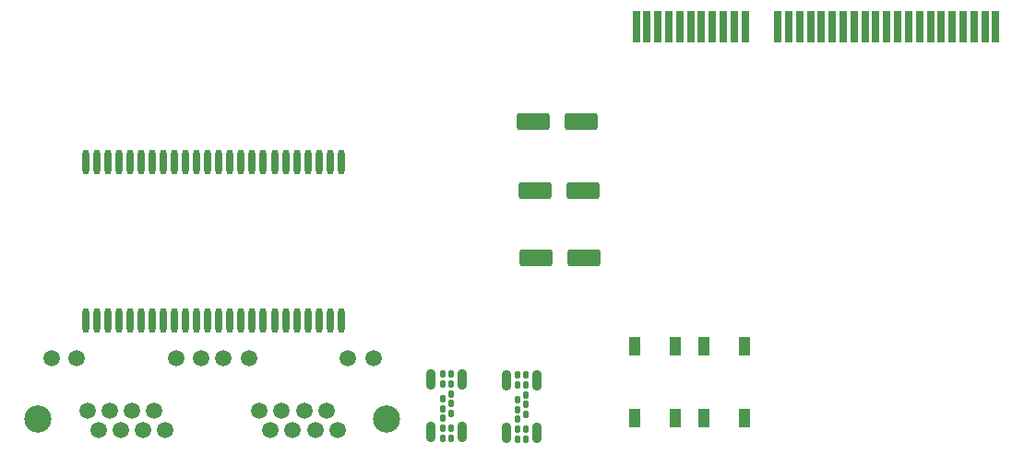
<source format=gbr>
%TF.GenerationSoftware,KiCad,Pcbnew,8.0.1*%
%TF.CreationDate,2024-05-07T15:17:13+02:00*%
%TF.ProjectId,WCH-Eth-Base,5743482d-4574-4682-9d42-6173652e6b69,rev?*%
%TF.SameCoordinates,Original*%
%TF.FileFunction,Paste,Top*%
%TF.FilePolarity,Positive*%
%FSLAX46Y46*%
G04 Gerber Fmt 4.6, Leading zero omitted, Abs format (unit mm)*
G04 Created by KiCad (PCBNEW 8.0.1) date 2024-05-07 15:17:13*
%MOMM*%
%LPD*%
G01*
G04 APERTURE LIST*
G04 Aperture macros list*
%AMRoundRect*
0 Rectangle with rounded corners*
0 $1 Rounding radius*
0 $2 $3 $4 $5 $6 $7 $8 $9 X,Y pos of 4 corners*
0 Add a 4 corners polygon primitive as box body*
4,1,4,$2,$3,$4,$5,$6,$7,$8,$9,$2,$3,0*
0 Add four circle primitives for the rounded corners*
1,1,$1+$1,$2,$3*
1,1,$1+$1,$4,$5*
1,1,$1+$1,$6,$7*
1,1,$1+$1,$8,$9*
0 Add four rect primitives between the rounded corners*
20,1,$1+$1,$2,$3,$4,$5,0*
20,1,$1+$1,$4,$5,$6,$7,0*
20,1,$1+$1,$6,$7,$8,$9,0*
20,1,$1+$1,$8,$9,$2,$3,0*%
G04 Aperture macros list end*
%ADD10R,1.000000X1.700000*%
%ADD11C,1.520000*%
%ADD12C,2.500000*%
%ADD13O,0.550000X0.700000*%
%ADD14O,0.900000X1.900000*%
%ADD15O,0.640000X2.300000*%
%ADD16RoundRect,0.250000X-1.250000X-0.550000X1.250000X-0.550000X1.250000X0.550000X-1.250000X0.550000X0*%
%ADD17R,0.700000X3.000000*%
G04 APERTURE END LIST*
D10*
%TO.C,SW1*%
X59770400Y6402800D03*
X59770400Y13002800D03*
X63470400Y6402800D03*
X63470400Y13002800D03*
%TD*%
D11*
%TO.C,RJ1*%
X16675800Y5292800D03*
X15655800Y7082800D03*
X14635800Y5292800D03*
X13615800Y7082800D03*
X12595800Y5292800D03*
X11575800Y7082800D03*
X10555800Y5292800D03*
X9535800Y7082800D03*
X19965800Y11892800D03*
X17675800Y11892800D03*
X8535800Y11892800D03*
X6245800Y11892800D03*
X32475800Y5292800D03*
X31455800Y7082800D03*
X30435800Y5292800D03*
X29415800Y7082800D03*
X28395800Y5292800D03*
X27375800Y7082800D03*
X26355800Y5292800D03*
X25335800Y7082800D03*
X35765800Y11892800D03*
X33475800Y11892800D03*
X24335800Y11892800D03*
X22045800Y11892800D03*
D12*
X5005800Y6322800D03*
X37005800Y6322800D03*
%TD*%
D13*
%TO.C,J4*%
X49034000Y4510800D03*
X49034000Y5410800D03*
X49034000Y6320800D03*
X49034000Y7220800D03*
X49034000Y8120800D03*
X49034000Y9470800D03*
X49034000Y10370800D03*
X49784000Y10370800D03*
X49784000Y9470800D03*
X49784000Y8570800D03*
X49784000Y7670800D03*
X49784000Y6760800D03*
X49784000Y5410800D03*
X49784000Y4510800D03*
D14*
X50834000Y9870800D03*
X50834000Y5070800D03*
X47974000Y9870800D03*
X47974000Y5070800D03*
%TD*%
D15*
%TO.C,L2*%
X32827400Y29992400D03*
X31807400Y29992400D03*
X30787400Y29992400D03*
X29767400Y29992400D03*
X28747400Y29992400D03*
X27727400Y29992400D03*
X26707400Y29992400D03*
X25687400Y29992400D03*
X24667400Y29992400D03*
X23647400Y29992400D03*
X22627400Y29992400D03*
X21607400Y29992400D03*
X20587400Y29992400D03*
X19567400Y29992400D03*
X18547400Y29992400D03*
X17527400Y29992400D03*
X16507400Y29992400D03*
X15487400Y29992400D03*
X14467400Y29992400D03*
X13447400Y29992400D03*
X12427400Y29992400D03*
X11407400Y29992400D03*
X10387400Y29992400D03*
X9367400Y29992400D03*
X9367400Y15392400D03*
X10387400Y15392400D03*
X11407400Y15392400D03*
X12427400Y15392400D03*
X13447400Y15392400D03*
X14467400Y15392400D03*
X15487400Y15392400D03*
X16507400Y15392400D03*
X17527400Y15392400D03*
X18547400Y15392400D03*
X19567400Y15392400D03*
X20587400Y15392400D03*
X21607400Y15392400D03*
X22627400Y15392400D03*
X23647400Y15392400D03*
X24667400Y15392400D03*
X25687400Y15392400D03*
X26707400Y15392400D03*
X27727400Y15392400D03*
X28747400Y15392400D03*
X29767400Y15392400D03*
X30787400Y15392400D03*
X31807400Y15392400D03*
X32827400Y15392400D03*
%TD*%
D13*
%TO.C,J5*%
X42150600Y4601400D03*
X42150600Y5501400D03*
X42150600Y6411400D03*
X42150600Y7311400D03*
X42150600Y8211400D03*
X42150600Y9561400D03*
X42150600Y10461400D03*
X42900600Y10461400D03*
X42900600Y9561400D03*
X42900600Y8661400D03*
X42900600Y7761400D03*
X42900600Y6851400D03*
X42900600Y5501400D03*
X42900600Y4601400D03*
D14*
X43950600Y9961400D03*
X43950600Y5161400D03*
X41090600Y9961400D03*
X41090600Y5161400D03*
%TD*%
D16*
%TO.C,C18*%
X50718000Y21183600D03*
X55118000Y21183600D03*
%TD*%
D17*
%TO.C,J1*%
X59906600Y42400000D03*
X60906600Y42400000D03*
X61906600Y42400000D03*
X62906600Y42400000D03*
X63906600Y42400000D03*
X64906600Y42400000D03*
X65906600Y42400000D03*
X66906600Y42400000D03*
X67906600Y42400000D03*
X68906600Y42400000D03*
X69906600Y42400000D03*
X72906600Y42400000D03*
X73906600Y42400000D03*
X74906600Y42400000D03*
X75906600Y42400000D03*
X76906600Y42400000D03*
X77906600Y42400000D03*
X78906600Y42400000D03*
X79906600Y42400000D03*
X80906600Y42400000D03*
X81906600Y42400000D03*
X82906600Y42400000D03*
X83906600Y42400000D03*
X84906600Y42400000D03*
X85906600Y42400000D03*
X86906600Y42400000D03*
X87906600Y42400000D03*
X88906600Y42400000D03*
X89906600Y42400000D03*
X90906600Y42400000D03*
X91906600Y42400000D03*
X92906600Y42400000D03*
%TD*%
D10*
%TO.C,SW2*%
X66120400Y6402800D03*
X66120400Y13002800D03*
X69820400Y6402800D03*
X69820400Y13002800D03*
%TD*%
D16*
%TO.C,C19*%
X50473800Y33705800D03*
X54873800Y33705800D03*
%TD*%
%TO.C,C15*%
X50641800Y27381200D03*
X55041800Y27381200D03*
%TD*%
M02*

</source>
